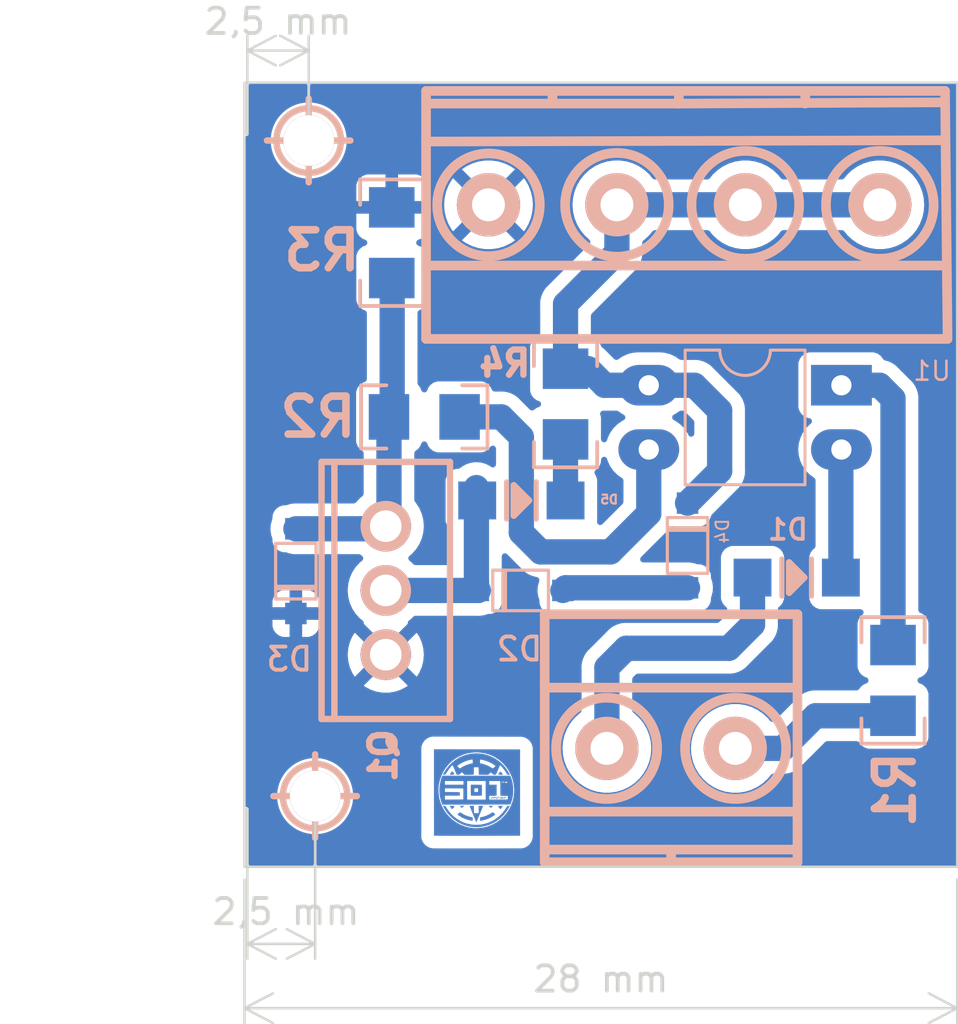
<source format=kicad_pcb>
(kicad_pcb (version 20221018) (generator pcbnew)
  (layers (0 "F.Cu" signal) (31 "B.Cu" signal) (34 "B.Paste" user) (35 "F.Paste" user) (36 "B.SilkS" user "B.Silkscreen") (37 "F.SilkS" user "F.Silkscreen") (38 "B.Mask" user) (39 "F.Mask" user) (44 "Edge.Cuts" user))
  (net 0 "")
  (net 1 "Net-(D1-K)")
  (net 2 "Net-(D1-A)")
  (net 3 "/OUT-")
  (net 4 "Net-(D2-K)")
  (net 5 "GND")
  (net 6 "Net-(D3-K)")
  (net 7 "VCC")
  (net 8 "Net-(D5-A)")
  (net 10 "Net-(J1-Pad1)")
  (net 11 "Net-(R1-Pad2)")
  (net 12 "Net-(R2-Pad1)")
  (footprint "Logo:501" (layer "F.Cu") (at 123.13 98.92)
    (fp_text reference "G***" hide)
    (fp_text value "LOGO" hide)
    (fp_poly (pts (xy -0.55 0.566666) (xy -0.574735 0.590821) (xy -0.593069 0.606567) (xy -0.599478 0.61017) (xy -0.609571 0.601907) (xy -0.628785 0.581778) (xy -0.642956 0.565726) (xy -0.680356 0.522222) (xy -0.593479 0.522222) (xy -0.506602 0.522222)) (fill solid) (layer "B.Cu"))
    (fp_poly (pts (xy 0.594444 0.566666) (xy 0.57064 0.59087) (xy 0.554439 0.607012) (xy 0.55 0.611111) (xy 0.542383 0.603893) (xy 0.523802 0.585254) (xy 0.505555 0.566666) (xy 0.462156 0.522222) (xy 0.55 0.522222) (xy 0.637843 0.522222)) (fill solid) (layer "B.Cu"))
    (fp_poly (pts (xy 0.90909 0.178054) (xy 0.908897 0.205973) (xy 0.908117 0.21282) (xy 0.904983 0.23456) (xy 0.903049 0.235121) (xy 0.901778 0.220259) (xy 0.893432 0.194719) (xy 0.880555 0.185867) (xy 0.867142 0.181356) (xy 0.874158 0.175631) (xy 0.881034 0.172569) (xy 0.900469 0.167909)) (fill solid) (layer "B.Cu"))
    (fp_poly (pts (xy -0.941549 0.52525) (xy -0.907241 0.534702) (xy -0.893953 0.551133) (xy -0.90148 0.575097) (xy -0.929614 0.607147) (xy -0.956663 0.630786) (xy -0.987406 0.656017) (xy -1.014455 0.619675) (xy -1.037732 0.587231) (xy -1.058878 0.555959) (xy -1.060919 0.552777) (xy -1.080334 0.522222) (xy -0.997083 0.522222)) (fill solid) (layer "B.Cu"))
    (fp_poly (pts (xy -0.934748 -0.795567) (xy -0.90794 -0.768023) (xy -0.894895 -0.750821) (xy -0.893419 -0.738837) (xy -0.901316 -0.72695) (xy -0.904033 -0.723906) (xy -0.921595 -0.71097) (xy -0.948651 -0.703985) (xy -0.991361 -0.701396) (xy -0.993381 -0.701364) (xy -1.030751 -0.701755) (xy -1.058479 -0.703818) (xy -1.069633 -0.70667) (xy -1.066935 -0.718197) (xy -1.053926 -0.742707) (xy -1.033315 -0.775175) (xy -1.030451 -0.779379) (xy -0.984915 -0.845734)) (fill solid) (layer "B.Cu"))
    (fp_poly (pts (xy 0.607715 0.17576) (xy 0.609158 0.196828) (xy 0.605823 0.220553) (xy 0.598499 0.237616) (xy 0.594444 0.240547) (xy 0.578725 0.236685) (xy 0.556181 0.222692) (xy 0.555555 0.222206) (xy 0.539115 0.206761) (xy 0.541725 0.200511) (xy 0.545 0.200247) (xy 0.567756 0.207392) (xy 0.575555 0.213333) (xy 0.585205 0.218446) (xy 0.588712 0.205118) (xy 0.588888 0.196666) (xy 0.592657 0.174748) (xy 0.600703 0.166666)) (fill solid) (layer "B.Cu"))
    (fp_poly (pts (xy 0.721809 0.170476) (xy 0.72543 0.185738) (xy 0.723446 0.208333) (xy 0.718022 0.25) (xy 0.710924 0.216666) (xy 0.703826 0.183333) (xy 0.689018 0.213888) (xy 0.674013 0.238161) (xy 0.660581 0.241347) (xy 0.645548 0.223304) (xy 0.639174 0.211662) (xy 0.625877 0.183845) (xy 0.623276 0.170403) (xy 0.630592 0.166683) (xy 0.631635 0.166666) (xy 0.642845 0.1756) (xy 0.652102 0.191438) (xy 0.663155 0.21621) (xy 0.676413 0.191438) (xy 0.693664 0.172422) (xy 0.70927 0.166666)) (fill solid) (layer "B.Cu"))
    (fp_poly (pts (xy 0.942404 -0.829039) (xy 0.954708 -0.816144) (xy 0.973171 -0.791477) (xy 0.993353 -0.761705) (xy 1.010811 -0.733497) (xy 1.021104 -0.71352) (xy 1.022222 -0.709207) (xy 1.012293 -0.703946) (xy 0.986948 -0.701107) (xy 0.952846 -0.700572) (xy 0.916646 -0.702223) (xy 0.885009 -0.705942) (xy 0.864594 -0.711612) (xy 0.863888 -0.712002) (xy 0.847789 -0.72749) (xy 0.844444 -0.737187) (xy 0.85184 -0.75312) (xy 0.870325 -0.775482) (xy 0.894345 -0.799063) (xy 0.918345 -0.818656) (xy 0.936772 -0.829054)) (fill solid) (layer "B.Cu"))
    (fp_poly (pts (xy 0.981651 0.523279) (xy 1.009909 0.526065) (xy 1.0221 0.530002) (xy 1.022222 0.530459) (xy 1.016299 0.544006) (xy 1.001315 0.568395) (xy 0.981444 0.597685) (xy 0.960863 0.625935) (xy 0.943747 0.647206) (xy 0.934293 0.655555) (xy 0.923151 0.648209) (xy 0.901866 0.629163) (xy 0.880775 0.608333) (xy 0.855366 0.580846) (xy 0.843997 0.563085) (xy 0.844213 0.549884) (xy 0.84913 0.541666) (xy 0.862164 0.530888) (xy 0.884712 0.524832) (xy 0.922 0.522414) (xy 0.942891 0.522222)) (fill solid) (layer "B.Cu"))
    (fp_poly (pts (xy -0.653233 0.788083) (xy -0.652555 0.788515) (xy -0.553012 0.848497) (xy -0.463122 0.894584) (xy -0.377428 0.929181) (xy -0.290478 0.954692) (xy -0.259505 0.961755) (xy -0.16901 0.981058) (xy -0.168101 1.045591) (xy -0.168891 1.081093) (xy -0.171873 1.106443) (xy -0.175263 1.114807) (xy -0.189113 1.114798) (xy -0.219157 1.110754) (xy -0.259897 1.103475) (xy -0.277778 1.099874) (xy -0.43144 1.056759) (xy -0.580119 0.992656) (xy -0.713657 0.91382) (xy -0.777313 0.870837) (xy -0.727322 0.821774) (xy -0.699408 0.795352) (xy -0.681399 0.782549) (xy -0.667828 0.780937)) (fill solid) (layer "B.Cu"))
    (fp_poly (pts (xy 1.130416 0.17505) (xy 1.146335 0.194855) (xy 1.159201 0.218059) (xy 1.164076 0.236639) (xy 1.162346 0.241357) (xy 1.154209 0.236961) (xy 1.143076 0.218102) (xy 1.128216 0.194154) (xy 1.11442 0.192213) (xy 1.100071 0.212229) (xy 1.097978 0.216666) (xy 1.083437 0.239795) (xy 1.069687 0.241133) (xy 1.055986 0.223027) (xy 1.049467 0.197991) (xy 1.051228 0.184138) (xy 1.061509 0.16781) (xy 1.069205 0.17114) (xy 1.070679 0.191585) (xy 1.069952 0.197222) (xy 1.067514 0.217856) (xy 1.071884 0.218719) (xy 1.082604 0.206209) (xy 1.095983 0.186362) (xy 1.1 0.175654) (xy 1.10901 0.167634) (xy 1.116381 0.166666)) (fill solid) (layer "B.Cu"))
    (fp_poly (pts (xy 0.643279 0.785235) (xy 0.665007 0.803847) (xy 0.688149 0.82797) (xy 0.707519 0.85196) (xy 0.717929 0.870173) (xy 0.718031 0.875568) (xy 0.703215 0.889217) (xy 0.673021 0.910184) (xy 0.631941 0.935831) (xy 0.584468 0.963522) (xy 0.53509 0.990621) (xy 0.488301 1.014491) (xy 0.456057 1.02936) (xy 0.385935 1.055917) (xy 0.303569 1.081471) (xy 0.218858 1.103161) (xy 0.158333 1.115415) (xy 0.122222 1.121666) (xy 0.122222 1.050698) (xy 0.122222 0.979731) (xy 0.169444 0.971862) (xy 0.260572 0.950553) (xy 0.358661 0.917211) (xy 0.454822 0.875382) (xy 0.540168 0.828613) (xy 0.558963 0.816437) (xy 0.590945 0.796094) (xy 0.616356 0.78209) (xy 0.628152 0.777777)) (fill solid) (layer "B.Cu"))
    (fp_poly (pts (xy 0.840827 0.166946) (xy 0.854713 0.172219) (xy 0.855555 0.174035) (xy 0.850966 0.186216) (xy 0.839798 0.20934) (xy 0.838603 0.211662) (xy 0.8201 0.236179) (xy 0.794574 0.244285) (xy 0.788603 0.244444) (xy 0.764975 0.243626) (xy 0.754641 0.241666) (xy 0.74909 0.213566) (xy 0.749294 0.187232) (xy 0.755161 0.172468) (xy 0.755285 0.172389) (xy 0.763823 0.176057) (xy 0.766666 0.193788) (xy 0.771101 0.215353) (xy 0.788335 0.222096) (xy 0.793255 0.222222) (xy 0.816445 0.215666) (xy 0.826589 0.204646) (xy 0.832286 0.185552) (xy 0.825096 0.178671) (xy 0.804899 0.177777) (xy 0.785882 0.174793) (xy 0.782188 0.168519) (xy 0.794636 0.164349) (xy 0.817492 0.164074)) (fill solid) (layer "B.Cu"))
    (fp_poly (pts (xy 1.000548 0.166653) (xy 1.021694 0.188915) (xy 1.032869 0.217897) (xy 1.033333 0.224694) (xy 1.029021 0.237279) (xy 1.012565 0.243151) (xy 0.983989 0.244444) (xy 0.953023 0.242707) (xy 0.932785 0.238329) (xy 0.929426 0.236001) (xy 0.928647 0.216705) (xy 0.929184 0.215469) (xy 0.949752 0.215469) (xy 0.958479 0.22139) (xy 0.977386 0.222222) (xy 1.000979 0.220887) (xy 1.011104 0.217668) (xy 1.011111 0.217575) (xy 1.007654 0.204514) (xy 1.004366 0.195353) (xy 0.990125 0.179579) (xy 0.971168 0.182298) (xy 0.955555 0.2) (xy 0.949752 0.215469) (xy 0.929184 0.215469) (xy 0.939544 0.191635) (xy 0.956891 0.169446) (xy 0.975466 0.158796) (xy 0.976058 0.15874)) (fill solid) (layer "B.Cu"))
    (fp_poly (pts (xy -0.119767 0.667932) (xy -0.116667 0.813643) (xy -0.038889 0.813306) (xy 0.002571 0.813012) (xy 0.036502 0.812564) (xy 0.055555 0.812059) (xy 0.062409 0.808651) (xy 0.066887 0.797085) (xy 0.069296 0.774012) (xy 0.069941 0.736088) (xy 0.069127 0.679964) (xy 0.068826 0.666686) (xy 0.065431 0.522222) (xy 0.156126 0.522222) (xy 0.20237 0.523042) (xy 0.229605 0.52586) (xy 0.240998 0.531215) (xy 0.241275 0.536676) (xy 0.229639 0.566183) (xy 0.211943 0.61002) (xy 0.189452 0.665141) (xy 0.163431 0.7285) (xy 0.135145 0.797053) (xy 0.105857 0.867754) (xy 0.076835 0.937558) (xy 0.049341 1.00342) (xy 0.024641 1.062294) (xy 0.004001 1.111135) (xy -0.011316 1.146899) (xy -0.020045 1.166539) (xy -0.021495 1.169317) (xy -0.028626 1.163923) (xy -0.040892 1.14213) (xy -0.055831 1.108421) (xy -0.058136 1.10265) (xy -0.070868 1.070896) (xy -0.090516 1.022598) (xy -0.11545 0.961729) (xy -0.144043 0.892259) (xy -0.174664 0.81816) (xy -0.192557 0.775) (xy -0.297478 0.522222) (xy -0.210173 0.522222) (xy -0.122868 0.522222)) (fill solid) (layer "B.Cu"))
    (fp_poly (pts (xy 0.050525 -0.310735) (xy 0.109986 -0.309512) (xy 0.1516 -0.307307) (xy 0.177546 -0.303981) (xy 0.190005 -0.299399) (xy 0.191687 -0.297223) (xy 0.193398 -0.282094) (xy 0.194991 -0.24855) (xy 0.196356 -0.200398) (xy 0.197383 -0.141445) (xy 0.197937 -0.080556) (xy 0.197939 -0.003786) (xy 0.196935 0.052848) (xy 0.194798 0.091415) (xy 0.191404 0.113984) (xy 0.186627 0.122623) (xy 0.185617 0.122858) (xy 0.156167 0.123774) (xy 0.11239 0.124538) (xy 0.058709 0.125135) (xy -0.000452 0.125551) (xy -0.06067 0.125771) (xy -0.117521 0.125782) (xy -0.166583 0.125569) (xy -0.203432 0.125117) (xy -0.223645 0.124413) (xy -0.225641 0.124185) (xy -0.232157 0.121047) (xy -0.236982 0.112543) (xy -0.240364 0.095771) (xy -0.242553 0.06783) (xy -0.243796 0.025817) (xy -0.244342 -0.033168) (xy -0.244445 -0.09526) (xy -0.244445 -0.166667) (xy -0.1 -0.166667) (xy -0.1 -0.094445) (xy -0.1 -0.022223) (xy -0.027778 -0.022223) (xy 0.044444 -0.022223) (xy 0.044444 -0.094445) (xy 0.044444 -0.166667) (xy -0.027778 -0.166667) (xy -0.1 -0.166667) (xy -0.244445 -0.166667) (xy -0.244445 -0.311112) (xy -0.028967 -0.311112)) (fill solid) (layer "B.Cu"))
    (fp_poly (pts (xy 1.255497 0.608333) (xy 1.162048 0.758707) (xy 1.052047 0.895044) (xy 0.926939 1.016337) (xy 0.788169 1.121583) (xy 0.637183 1.209778) (xy 0.475426 1.279918) (xy 0.304344 1.330998) (xy 0.181204 1.354667) (xy 0.116165 1.361331) (xy 0.036682 1.364764) (xy -0.049813 1.36506) (xy -0.135888 1.362313) (xy -0.214111 1.356616) (xy -0.272223 1.348946) (xy -0.444134 1.307429) (xy -0.609056 1.245585) (xy -0.765167 1.164701) (xy -0.910643 1.066064) (xy -1.04366 0.950961) (xy -1.162397 0.820678) (xy -1.265029 0.676503) (xy -1.29419 0.627612) (xy -1.316339 0.58786) (xy -1.333504 0.555367) (xy -1.343187 0.534941) (xy -1.344445 0.530824) (xy -1.334531 0.525615) (xy -1.309544 0.522558) (xy -1.296211 0.522222) (xy -1.267535 0.523531) (xy -1.249255 0.530767) (xy -1.234134 0.54889) (xy -1.219209 0.575) (xy -1.133708 0.709482) (xy -1.030056 0.834493) (xy -0.911095 0.947797) (xy -0.779666 1.047157) (xy -0.638614 1.130335) (xy -0.490779 1.195094) (xy -0.391291 1.226548) (xy -0.218927 1.261675) (xy -0.047596 1.275222) (xy 0.121176 1.267825) (xy 0.285861 1.24012) (xy 0.444934 1.192742) (xy 0.59687 1.126329) (xy 0.740141 1.041516) (xy 0.873223 0.938939) (xy 0.994589 0.819236) (xy 1.102713 0.683041) (xy 1.171579 0.575) (xy 1.190365 0.544569) (xy 1.206057 0.528868) (xy 1.226057 0.523041) (xy 1.25202 0.522222) (xy 1.30193 0.522222)) (fill solid) (layer "B.Cu"))
    (fp_poly (pts (xy 0.002777 -1.708369) (xy 1.705555 -1.705556) (xy 1.705555 0) (xy 1.705555 1.705555) (xy 0.002777 1.708368) (xy -0.189884 1.708633) (xy -0.376405 1.708784) (xy -0.555584 1.708826) (xy -0.726218 1.708762) (xy -0.887107 1.708596) (xy -1.03705 1.708333) (xy -1.174843 1.707976) (xy -1.299287 1.707528) (xy -1.409179 1.706995) (xy -1.503317 1.70638) (xy -1.580501 1.705687) (xy -1.639528 1.704919) (xy -1.679198 1.704081) (xy -1.698307 1.703176) (xy -1.699929 1.702813) (xy -1.699925 1.690873) (xy -1.699932 1.658033) (xy -1.699949 1.605617) (xy -1.699976 1.534946) (xy -1.700011 1.447343) (xy -1.700055 1.34413) (xy -1.700106 1.22663) (xy -1.700164 1.096167) (xy -1.700229 0.954061) (xy -1.7003 0.801636) (xy -1.700376 0.640214) (xy -1.700457 0.471118) (xy -1.700543 0.29567) (xy -1.700557 0.266666) (xy -1.70064 0.084467) (xy -1.70071 -0.093591) (xy -1.520291 -0.093591) (xy -1.516106 0.022561) (xy -1.505146 0.134219) (xy -1.489157 0.226464) (xy -1.439316 0.401036) (xy -1.369377 0.567447) (xy -1.280349 0.723806) (xy -1.173239 0.868222) (xy -1.10844 0.940363) (xy -0.973006 1.065759) (xy -0.825497 1.172714) (xy -0.667023 1.260672) (xy -0.498697 1.329079) (xy -0.321628 1.37738) (xy -0.188889 1.399453) (xy -0.112984 1.405006) (xy -0.023243 1.405518) (xy 0.072617 1.401365) (xy 0.166879 1.392919) (xy 0.251824 1.380555) (xy 0.26876 1.377293) (xy 0.330724 1.362979) (xy 0.399026 1.344534) (xy 0.461118 1.325401) (xy 0.474315 1.320873) (xy 0.635924 1.252484) (xy 0.787688 1.165608) (xy 0.928088 1.061969) (xy 1.055604 0.94329) (xy 1.168716 0.811295) (xy 1.265906 0.667707) (xy 1.345653 0.514251) (xy 1.406437 0.352649) (xy 1.438684 0.227058) (xy 1.46556 0.044433) (xy 1.47092 -0.136548) (xy 1.455224 -0.314381) (xy 1.418934 -0.487561) (xy 1.362512 -0.654581) (xy 1.286419 -0.813938) (xy 1.191117 -0.964127) (xy 1.077066 -1.103641) (xy 1.009657 -1.172281) (xy 0.910776 -1.260356) (xy 0.811996 -1.333939) (xy 0.704857 -1.399048) (xy 0.650385 -1.427836) (xy 0.486074 -1.499026) (xy 0.315021 -1.549602) (xy 0.13922 -1.579382) (xy -0.039337 -1.588185) (xy -0.218656 -1.575831) (xy -0.396745 -1.542138) (xy -0.45 -1.527736) (xy -0.525378 -1.50234) (xy -0.610619 -1.467877) (xy -0.697519 -1.42807) (xy -0.777872 -1.386642) (xy -0.834008 -1.353505) (xy -0.978395 -1.247916) (xy -1.108188 -1.126319) (xy -1.222369 -0.990301) (xy -1.319918 -0.841451) (xy -1.399815 -0.681356) (xy -1.461039 -0.511604) (xy -1.502571 -0.333781) (xy -1.507187 -0.305556) (xy -1.517413 -0.205781) (xy -1.520291 -0.093591) (xy -1.70071 -0.093591) (xy -1.700711 -0.095374) (xy -1.700768 -0.271185) (xy -1.700813 -0.441296) (xy -1.700844 -0.604035) (xy -1.700863 -0.757731) (xy -1.700868 -0.900713) (xy -1.70086 -1.031309) (xy -1.700839 -1.147849) (xy -1.700804 -1.248661) (xy -1.700756 -1.332074) (xy -1.700695 -1.396416) (xy -1.700629 -1.436147) (xy -1.7 -1.711182)) (fill solid) (layer "B.Cu"))
    (fp_poly (pts (xy 1.342304 -0.608334) (xy 1.382802 -0.489681) (xy 1.410647 -0.372273) (xy 1.427042 -0.249273) (xy 1.433185 -0.113839) (xy 1.433297 -0.090212) (xy 1.428574 0.045501) (xy 1.413675 0.168652) (xy 1.38741 0.287006) (xy 1.363134 0.366666) (xy 1.327777 0.472222) (xy -0.023062 0.475044) (xy -1.373901 0.477865) (xy -1.403227 0.39171) (xy -1.451223 0.223684) (xy -1.478822 0.060146) (xy -1.486438 -0.102209) (xy -1.482795 -0.166971) (xy -1.266667 -0.166971) (xy -1.266667 -0.094781) (xy -1.266667 -0.022592) (xy -0.975 -0.019629) (xy -0.683334 -0.016667) (xy -0.680026 0.052777) (xy -0.676718 0.122222) (xy -0.971693 0.122222) (xy -1.266667 0.122222) (xy -1.266667 0.200151) (xy -1.266667 0.278081) (xy -0.902778 0.275151) (xy -0.538889 0.272222) (xy -0.538889 0.055555) (xy -0.538889 -0.161112) (xy -0.902778 -0.164041) (xy -1.266667 -0.166971) (xy -1.482795 -0.166971) (xy -1.479823 -0.219799) (xy -1.467597 -0.314147) (xy -1.449829 -0.409864) (xy -1.438816 -0.455556) (xy -1.266667 -0.455556) (xy -1.266667 -0.383334) (xy -1.266667 -0.311112) (xy -0.9 -0.311112) (xy -0.533334 -0.311112) (xy -0.533334 -0.383334) (xy -0.533334 -0.455556) (xy -0.388889 -0.455556) (xy -0.388889 -0.088889) (xy -0.388889 0.277777) (xy -0.022223 0.277777) (xy 0.344444 0.277777) (xy 0.344444 -0.088889) (xy 0.344444 -0.455556) (xy 0.488888 -0.455556) (xy 0.488888 -0.383334) (xy 0.488888 -0.311112) (xy 0.633333 -0.311112) (xy 0.777777 -0.311112) (xy 0.777777 -0.095422) (xy 0.777777 0.120268) (xy 0.736111 0.126165) (xy 0.705941 0.128548) (xy 0.661479 0.129808) (xy 0.610633 0.129769) (xy 0.591666 0.129387) (xy 0.488888 0.126712) (xy 0.488888 0.202396) (xy 0.488888 0.278081) (xy 0.852777 0.275151) (xy 1.216666 0.272222) (xy 1.219974 0.202777) (xy 1.223282 0.133333) (xy 1.181085 0.132031) (xy 1.150903 0.13129) (xy 1.106266 0.13042) (xy 1.054942 0.129569) (xy 1.033333 0.129253) (xy 0.927777 0.127777) (xy 0.924815 -0.163889) (xy 0.922364 -0.405198) (xy 0.966666 -0.405198) (xy 0.975722 -0.397009) (xy 0.99547 -0.388645) (xy 1.014779 -0.38413) (xy 1.0219 -0.385233) (xy 1.018686 -0.394175) (xy 1.010789 -0.400435) (xy 0.989966 -0.409151) (xy 0.972238 -0.410326) (xy 0.966666 -0.405198) (xy 0.922364 -0.405198) (xy 0.921853 -0.455556) (xy 0.995883 -0.455556) (xy 0.996165 -0.4486) (xy 1.0093 -0.430805) (xy 1.022222 -0.416667) (xy 1.04589 -0.393989) (xy 1.063765 -0.379974) (xy 1.068846 -0.377778) (xy 1.074275 -0.38758) (xy 1.076553 -0.41189) (xy 1.076531 -0.413725) (xy 1.1 -0.413725) (xy 1.109798 -0.394576) (xy 1.133957 -0.381107) (xy 1.155555 -0.377778) (xy 1.182651 -0.382629) (xy 1.197777 -0.391112) (xy 1.210339 -0.408878) (xy 1.206129 -0.416491) (xy 1.188888 -0.411112) (xy 1.172585 -0.405218) (xy 1.167083 -0.415409) (xy 1.166666 -0.427387) (xy 1.162911 -0.448455) (xy 1.155555 -0.455556) (xy 1.147245 -0.446036) (xy 1.144444 -0.427387) (xy 1.14221 -0.407917) (xy 1.131848 -0.406489) (xy 1.122222 -0.411112) (xy 1.105144 -0.416893) (xy 1.1 -0.413725) (xy 1.076531 -0.413725) (xy 1.076463 -0.419445) (xy 1.075293 -0.444753) (xy 1.073278 -0.449285) (xy 1.06923 -0.434484) (xy 1.068129 -0.429588) (xy 1.061111 -0.398064) (xy 1.034174 -0.42681) (xy 1.013196 -0.44606) (xy 0.997252 -0.455391) (xy 0.995883 -0.455556) (xy 0.921853 -0.455556) (xy 0.705371 -0.455556) (xy 0.488888 -0.455556) (xy 0.344444 -0.455556) (xy -0.022223 -0.455556) (xy -0.388889 -0.455556) (xy -0.533334 -0.455556) (xy -0.9 -0.455556) (xy -1.266667 -0.455556) (xy -1.438816 -0.455556) (xy -1.428033 -0.500295) (xy -1.403728 -0.578784) (xy -1.389984 -0.614115) (xy -1.367457 -0.666667) (xy -0.023908 -0.666667) (xy 1.319641 -0.666667)) (fill solid) (layer "B.Cu"))
    (fp_poly (pts (xy 0.138761 -1.541895) (xy 0.307062 -1.512632) (xy 0.470236 -1.464034) (xy 0.626634 -1.396809) (xy 0.77461 -1.311667) (xy 0.912515 -1.209318) (xy 1.038701 -1.090471) (xy 1.151521 -0.955836) (xy 1.249327 -0.806122) (xy 1.250298 -0.80442) (xy 1.272314 -0.764891) (xy 1.289333 -0.732631) (xy 1.29884 -0.712483) (xy 1.3 -0.708603) (xy 1.290077 -0.703425) (xy 1.265029 -0.70036) (xy 1.25106 -0.7) (xy 1.224321 -0.700921) (xy 1.206499 -0.70662) (xy 1.191763 -0.721502) (xy 1.174282 -0.749971) (xy 1.166475 -0.763889) (xy 1.139828 -0.807999) (xy 1.10671 -0.857334) (xy 1.069751 -0.90858) (xy 1.031578 -0.95842) (xy 0.994821 -1.003538) (xy 0.96211 -1.040618) (xy 0.936072 -1.066344) (xy 0.919336 -1.077401) (xy 0.917778 -1.077589) (xy 0.909706 -1.06773) (xy 0.895338 -1.040624) (xy 0.876334 -0.999774) (xy 0.854355 -0.94868) (xy 0.840084 -0.9137) (xy 0.811389 -0.842249) (xy 0.789215 -0.788817) (xy 0.771834 -0.750785) (xy 0.757522 -0.725535) (xy 0.744555 -0.71045) (xy 0.731206 -0.702911) (xy 0.715751 -0.7003) (xy 0.699267 -0.7) (xy 0.670876 -0.702627) (xy 0.64616 -0.713009) (xy 0.617696 -0.734895) (xy 0.602124 -0.749088) (xy 0.549646 -0.798176) (xy 0.497405 -0.748818) (xy 0.445165 -0.69946) (xy 0.258694 -0.702508) (xy 0.072222 -0.705556) (xy 0.069121 -0.852778) (xy 0.066021 -1) (xy -0.028101 -1) (xy -0.122223 -1) (xy -0.122223 -0.856852) (xy -0.122386 -0.798183) (xy -0.123291 -0.757992) (xy -0.125564 -0.732534) (xy -0.129829 -0.718063) (xy -0.13671 -0.710836) (xy -0.146833 -0.707108) (xy -0.147223 -0.707004) (xy -0.167092 -0.704569) (xy -0.204379 -0.702507) (xy -0.25428 -0.700997) (xy -0.311991 -0.700218) (xy -0.331032 -0.700152) (xy -0.489841 -0.7) (xy -0.544968 -0.751565) (xy -0.600094 -0.803129) (xy -0.64988 -0.751904) (xy -0.67853 -0.723839) (xy -0.699959 -0.708772) (xy -0.721691 -0.703077) (xy -0.751082 -0.703118) (xy -0.802499 -0.705556) (xy -0.878565 -0.887501) (xy -0.903533 -0.946672) (xy -0.92588 -0.998594) (xy -0.944091 -1.039833) (xy -0.944802 -1.041368) (xy -0.768061 -1.041368) (xy -0.75622 -1.02375) (xy -0.733178 -1.001119) (xy -0.732221 -1.000226) (xy -0.705216 -0.976265) (xy -0.684438 -0.960052) (xy -0.675986 -0.955556) (xy -0.662543 -0.961338) (xy -0.638203 -0.975953) (xy -0.625494 -0.984396) (xy -0.55056 -1.029015) (xy -0.461664 -1.071456) (xy -0.367036 -1.108414) (xy -0.274907 -1.136588) (xy -0.213406 -1.1498) (xy -0.1657 -1.157673) (xy -0.168961 -1.231614) (xy -0.172113 -1.30306) (xy 0.122222 -1.30306) (xy 0.122222 -1.2312) (xy 0.122222 -1.159341) (xy 0.208333 -1.140602) (xy 0.310881 -1.111705) (xy 0.416109 -1.07042) (xy 0.513502 -1.021075) (xy 0.544444 -1.002284) (xy 0.580337 -0.98017) (xy 0.609603 -0.963744) (xy 0.626805 -0.956023) (xy 0.628242 -0.955789) (xy 0.641607 -0.963062) (xy 0.664666 -0.982199) (xy 0.687719 -1.004365) (xy 0.735622 -1.053174) (xy 0.669343 -1.098182) (xy 0.580189 -1.152681) (xy 0.482588 -1.201894) (xy 0.382411 -1.243433) (xy 0.28553 -1.274911) (xy 0.197816 -1.293943) (xy 0.182909 -1.295928) (xy 0.122222 -1.30306) (xy -0.172113 -1.30306) (xy -0.172223 -1.305556) (xy -0.205556 -1.302196) (xy -0.2854 -1.288309) (xy -0.376371 -1.26274) (xy -0.472317 -1.227784) (xy -0.567088 -1.185736) (xy -0.654534 -1.138889) (xy -0.672353 -1.128058) (xy -0.720849 -1.097316) (xy -0.75193 -1.074833) (xy -0.767149 -1.057289) (xy -0.768061 -1.041368) (xy -0.944802 -1.041368) (xy -0.956653 -1.066954) (xy -0.961807 -1.07639) (xy -0.974402 -1.074152) (xy -0.996966 -1.055582) (xy -1.027563 -1.023111) (xy -1.064254 -0.97917) (xy -1.105101 -0.926188) (xy -1.148165 -0.866596) (xy -1.191508 -0.802825) (xy -1.233193 -0.737306) (xy -1.236392 -0.732071) (xy -1.25314 -0.712327) (xy -1.276666 -0.704148) (xy -1.299264 -0.703031) (xy -1.327368 -0.705302) (xy -1.343178 -0.710985) (xy -1.344445 -0.713426) (xy -1.339337 -0.728287) (xy -1.326229 -0.755217) (xy -1.315025 -0.7758) (xy -1.212804 -0.935777) (xy -1.097268 -1.078334) (xy -0.96888 -1.203109) (xy -0.828104 -1.30974) (xy -0.675403 -1.397864) (xy -0.511241 -1.467118) (xy -0.380428 -1.506572) (xy -0.206632 -1.539574) (xy -0.03302 -1.551112)) (fill solid) (layer "B.Cu"))
  )
  (footprint "EESTN5:LED_1206" (layer "B.Cu") (at 135.778314 90.424)
    (fp_text reference "D1" (at -0.348314 -1.894) (layer "B.SilkS") (effects (font (size 0.8001 0.8001) (thickness 0.14986)) (justify mirror)))
    (fp_text value "LED" hide)
    (fp_line (start -0.5842 0.7366) (end -0.5842 -0.7366) (stroke (width 0.2032)) (layer "B.SilkS"))
    (fp_line (start -0.29972 -0.59944) (end 0.29972 0) (stroke (width 0.254)) (layer "B.SilkS"))
    (fp_line (start -0.29972 0.59944) (end -0.29972 -0.59944) (stroke (width 0.254)) (layer "B.SilkS"))
    (fp_line (start -0.09906 -0.29972) (end -0.09906 0.29972) (stroke (width 0.254)) (layer "B.SilkS"))
    (fp_line (start 0 0.20066) (end 0 -0.09906) (stroke (width 0.254)) (layer "B.SilkS"))
    (fp_line (start 0.29972 0) (end -0.29972 0.59944) (stroke (width 0.254)) (layer "B.SilkS"))
    (fp_line (start 0.5842 -0.7366) (end 0.5842 0.7366) (stroke (width 0.2032)) (layer "B.SilkS"))
    (pad "1" smd rect (at -1.74752 0) (size 1.4986 1.4986) (layers "B.Cu" "B.Paste" "B.Mask") (net 1 "Net-(D1-K)"))
    (pad "2" smd rect (at 1.74752 0) (size 1.4986 1.4986) (layers "B.Cu" "B.Paste" "B.Mask") (net 2 "Net-(D1-A)"))
  )
  (footprint "EESTN5:TO-220" (layer "B.Cu") (at 119.522314 90.932 -90)
    (fp_text reference "Q1" (at 6.528 0.102314 90) (layer "B.SilkS") (effects (font (thickness 0.25)) (justify mirror)))
    (fp_text value "IRFZ44N" hide)
    (fp_line (start -5.08 -2.54) (end 5.08 -2.54) (stroke (width 0.254)) (layer "B.SilkS"))
    (fp_line (start -5.08 1.27) (end -5.08 -2.54) (stroke (width 0.254)) (layer "B.SilkS"))
    (fp_line (start -5.08 2.032) (end 5.08 2.032) (stroke (width 0.254)) (layer "B.SilkS"))
    (fp_line (start -5.08 2.54) (end -5.08 1.27) (stroke (width 0.254)) (layer "B.SilkS"))
    (fp_line (start 5.08 -2.54) (end 5.08 2.54) (stroke (width 0.254)) (layer "B.SilkS"))
    (fp_line (start 5.08 2.54) (end -5.08 2.54) (stroke (width 0.254)) (layer "B.SilkS"))
    (pad "1" thru_hole circle (at -2.54 0 270) (size 2 2) (drill 1.24968) (layers "*.Cu" "*.Mask" "B.SilkS") (net 6 "Net-(D3-K)"))
    (pad "2" thru_hole circle (at 0 0 270) (size 2 2) (drill 1.24968) (layers "*.Cu" "*.Mask" "B.SilkS") (net 3 "/OUT-"))
    (pad "3" thru_hole circle (at 2.54 0 270) (size 2 2) (drill 1.24968) (layers "*.Cu" "*.Mask" "B.SilkS") (net 5 "GND"))
  )
  (footprint "EESTN5:R_1206" (layer "B.Cu") (at 126.634314 83.566 -90)
    (fp_text reference "R4" (at -1.606 2.404314 180) (layer "B.SilkS") (effects (font (thickness 0.25) bold) (justify mirror)))
    (fp_text value "5,6k" hide)
    (fp_line (start -2.5 -1.25) (end -1.5 -1.25) (stroke (width 0.15)) (layer "B.SilkS"))
    (fp_line (start -2.5 1.25) (end -2.5 -1.25) (stroke (width 0.15)) (layer "B.SilkS"))
    (fp_line (start -1.5 1.25) (end -2.5 1.25) (stroke (width 0.15)) (layer "B.SilkS"))
    (fp_line (start 1.5 -1.25) (end 2.5 -1.25) (stroke (width 0.15)) (layer "B.SilkS"))
    (fp_line (start 1.5 1.25) (end 2.5 1.25) (stroke (width 0.15)) (layer "B.SilkS"))
    (fp_line (start 2.5 -1.25) (end 2.5 1.25) (stroke (width 0.15)) (layer "B.SilkS"))
    (pad "1" smd rect (at 1.397 0 270) (size 1.6002 1.8034) (layers "B.Cu" "B.Paste" "B.Mask") (net 8 "Net-(D5-A)"))
    (pad "2" smd rect (at -1.397 0 270) (size 1.6002 1.8034) (layers "B.Cu" "B.Paste" "B.Mask") (net 7 "VCC"))
  )
  (footprint "EESTN5:R_1206" (layer "B.Cu") (at 119.76 77.19 90)
    (fp_text reference "R3" (at -0.31 -2.76) (layer "B.SilkS") (effects (font (size 1.5 1.5) (thickness 0.3)) (justify mirror)))
    (fp_text value "10k" hide)
    (fp_line (start -2.5 -1.25) (end -1.5 -1.25) (stroke (width 0.15)) (layer "B.SilkS"))
    (fp_line (start -2.5 1.25) (end -2.5 -1.25) (stroke (width 0.15)) (layer "B.SilkS"))
    (fp_line (start -1.5 1.25) (end -2.5 1.25) (stroke (width 0.15)) (layer "B.SilkS"))
    (fp_line (start 1.5 -1.25) (end 2.5 -1.25) (stroke (width 0.15)) (layer "B.SilkS"))
    (fp_line (start 1.5 1.25) (end 2.5 1.25) (stroke (width 0.15)) (layer "B.SilkS"))
    (fp_line (start 2.5 -1.25) (end 2.5 1.25) (stroke (width 0.15)) (layer "B.SilkS"))
    (pad "1" smd rect (at 1.397 0 90) (size 1.6002 1.8034) (layers "B.Cu" "B.Paste" "B.Mask") (net 5 "GND"))
    (pad "2" smd rect (at -1.397 0 90) (size 1.6002 1.8034) (layers "B.Cu" "B.Paste" "B.Mask") (net 6 "Net-(D3-K)"))
  )
  (footprint "EESTN5:R_1206" (layer "B.Cu") (at 139.588314 94.488 -90)
    (fp_text reference "R1" (at 4.312 -0.081686 90) (layer "B.SilkS") (effects (font (size 1.5 1.5) (thickness 0.3)) (justify mirror)))
    (fp_text value "220" hide)
    (fp_line (start -2.5 -1.25) (end -1.5 -1.25) (stroke (width 0.15)) (layer "B.SilkS"))
    (fp_line (start -2.5 1.25) (end -2.5 -1.25) (stroke (width 0.15)) (layer "B.SilkS"))
    (fp_line (start -1.5 1.25) (end -2.5 1.25) (stroke (width 0.15)) (layer "B.SilkS"))
    (fp_line (start 1.5 -1.25) (end 2.5 -1.25) (stroke (width 0.15)) (layer "B.SilkS"))
    (fp_line (start 1.5 1.25) (end 2.5 1.25) (stroke (width 0.15)) (layer "B.SilkS"))
    (fp_line (start 2.5 -1.25) (end 2.5 1.25) (stroke (width 0.15)) (layer "B.SilkS"))
    (pad "1" smd rect (at 1.397 0 270) (size 1.6002 1.8034) (layers "B.Cu" "B.Paste" "B.Mask") (net 10 "Net-(J1-Pad1)"))
    (pad "2" smd rect (at -1.397 0 270) (size 1.6002 1.8034) (layers "B.Cu" "B.Paste" "B.Mask") (net 11 "Net-(R1-Pad2)"))
  )
  (footprint "EESTN5:LED_1206" (layer "B.Cu") (at 124.886794 87.376)
    (fp_text reference "D5" (at 3.473206 -0.036) (layer "B.SilkS") (effects (font (size 0.35 0.35) (thickness 0.0875) bold) (justify mirror)))
    (fp_text value "LED" hide)
    (fp_line (start -0.5842 0.7366) (end -0.5842 -0.7366) (stroke (width 0.2032)) (layer "B.SilkS"))
    (fp_line (start -0.29972 -0.59944) (end 0.29972 0) (stroke (width 0.254)) (layer "B.SilkS"))
    (fp_line (start -0.29972 0.59944) (end -0.29972 -0.59944) (stroke (width 0.254)) (layer "B.SilkS"))
    (fp_line (start -0.09906 -0.29972) (end -0.09906 0.29972) (stroke (width 0.254)) (layer "B.SilkS"))
    (fp_line (start 0 0.20066) (end 0 -0.09906) (stroke (width 0.254)) (layer "B.SilkS"))
    (fp_line (start 0.29972 0) (end -0.29972 0.59944) (stroke (width 0.254)) (layer "B.SilkS"))
    (fp_line (start 0.5842 -0.7366) (end 0.5842 0.7366) (stroke (width 0.2032)) (layer "B.SilkS"))
    (pad "1" smd rect (at -1.74752 0) (size 1.4986 1.4986) (layers "B.Cu" "B.Paste" "B.Mask") (net 3 "/OUT-"))
    (pad "2" smd rect (at 1.74752 0) (size 1.4986 1.4986) (layers "B.Cu" "B.Paste" "B.Mask") (net 8 "Net-(D5-A)"))
  )
  (footprint "EESTN5:sod123" (layer "B.Cu") (at 131.460314 89.154 90)
    (fp_text reference "D4" (at 0.564 1.379686 90) (layer "B.SilkS") (effects (font (size 0.5 0.5) (thickness 0.075) bold) (justify mirror)))
    (fp_text value "1N4752" hide)
    (fp_line (start -1.1 -0.8) (end -1.1 0.8002) (stroke (width 0.127)) (layer "B.SilkS"))
    (fp_line (start -1.1 0.8) (end 1.1 0.8) (stroke (width 0.127)) (layer "B.SilkS"))
    (fp_line (start 0.59916 -0.8001) (end 0.59916 0.8001) (stroke (width 0.127)) (layer "B.SilkS"))
    (fp_line (start 0.70076 0.8001) (end 0.70076 -0.8001) (stroke (width 0.127)) (layer "B.SilkS"))
    (fp_line (start 1.09954 0.8001) (end 1.09954 -0.8001) (stroke (width 0.127)) (layer "B.SilkS"))
    (fp_line (start 1.1 -0.8) (end -1.1 -0.8) (stroke (width 0.127)) (layer "B.SilkS"))
    (pad "1" smd rect (at -1.67386 0 90) (size 0.8509 0.8509) (layers "B.Cu" "B.Paste" "B.Mask") (net 4 "Net-(D2-K)"))
    (pad "2" smd rect (at 1.67386 0 90) (size 0.8509 0.8509) (layers "B.Cu" "B.Paste" "B.Mask") (net 7 "VCC"))
  )
  (footprint "HuellaSaul:TB_X4" (layer "B.Cu") (at 131.146314 75.742)
    (fp_text reference "J3" hide)
    (fp_text value "TB_1X4" hide)
    (fp_line (start -10.03 -4.55) (end 10.5 -4.55) (stroke (width 0.381)) (layer "B.SilkS"))
    (fp_line (start -10.03 -4.05) (end -0.03 -4.05) (stroke (width 0.381)) (layer "B.SilkS"))
    (fp_line (start -10.03 -2.55) (end 10.5 -2.6) (stroke (width 0.381)) (layer "B.SilkS"))
    (fp_line (start -10.03 2.35) (end 10.55 2.35) (stroke (width 0.381)) (layer "B.SilkS"))
    (fp_line (start -10.03 5.25) (end -10.03 -4.55) (stroke (width 0.381)) (layer "B.SilkS"))
    (fp_line (start -5.03 -4.05) (end -5.03 -4.55) (stroke (width 0.381)) (layer "B.SilkS"))
    (fp_line (start -0.03 -4.05) (end -0.03 -4.55) (stroke (width 0.381)) (layer "B.SilkS"))
    (fp_line (start 4.97 -4.55) (end 4.97 -4.05) (stroke (width 0.381)) (layer "B.SilkS"))
    (fp_line (start 10.45 -4.1) (end -0.03 -4.05) (stroke (width 0.381)) (layer "B.SilkS"))
    (fp_line (start 10.5 -4.55) (end 10.6 5.25) (stroke (width 0.381)) (layer "B.SilkS"))
    (fp_line (start 10.6 5.25) (end -10.03 5.25) (stroke (width 0.381)) (layer "B.SilkS"))
    (fp_circle (center -7.56 -0.05) (end -5.53 -0.05) (stroke (width 0.381)) (fill none) (layer "B.SilkS"))
    (fp_circle (center -2.48 -0.05) (end -4.53 -0.05) (stroke (width 0.381)) (fill none) (layer "B.SilkS"))
    (fp_circle (center 2.6 -0.05) (end 0.47 -0.05) (stroke (width 0.381)) (fill none) (layer "B.SilkS"))
    (fp_circle (center 7.92 -0.05) (end 5.79 -0.05) (stroke (width 0.381)) (fill none) (layer "B.SilkS"))
    (pad "1" thru_hole circle (at -7.56 -0.05) (size 2.5 2.5) (drill 1.3) (layers "*.Cu" "*.Mask" "B.SilkS") (net 5 "GND"))
    (pad "2" thru_hole circle (at -2.48 -0.05) (size 2.5 2.5) (drill 1.3) (layers "*.Cu" "*.Mask" "B.SilkS") (net 7 "VCC"))
    (pad "3" thru_hole circle (at 2.6 -0.05) (size 2.5 2.5) (drill 1.3) (layers "*.Cu" "*.Mask" "B.SilkS") (net 7 "VCC"))
    (pad "3" thru_hole circle (at 7.92 -0.05) (size 2.5 2.5) (drill 1.3) (layers "*.Cu" "*.Mask" "B.SilkS") (net 7 "VCC"))
  )
  (footprint "EESTN5:BORNERA2" (layer "B.Cu") (at 130.81 97.174 180)
    (fp_text reference "J1" hide)
    (fp_text value "TB_1X2" hide)
    (fp_line (start -5 -4.5) (end 5 -4.5) (stroke (width 0.381)) (layer "B.SilkS"))
    (fp_line (start -5 -4) (end 5 -4) (stroke (width 0.381)) (layer "B.SilkS"))
    (fp_line (start -5 -2.5) (end 5 -2.5) (stroke (width 0.381)) (layer "B.SilkS"))
    (fp_line (start -5 2.4) (end 5 2.4) (stroke (width 0.381)) (layer "B.SilkS"))
    (fp_line (start -5 5.3) (end -5 -4.5) (stroke (width 0.381)) (layer "B.SilkS"))
    (fp_line (start 0 -4) (end 0 -4.5) (stroke (width 0.381)) (layer "B.SilkS"))
    (fp_line (start 5 -4.5) (end 5 5.3) (stroke (width 0.381)) (layer "B.SilkS"))
    (fp_line (start 5 5.3) (end -5 5.3) (stroke (width 0.381)) (layer "B.SilkS"))
    (fp_circle (center -2.55 0) (end -0.55 0) (stroke (width 0.381)) (fill none) (layer "B.SilkS"))
    (fp_circle (center 2.55 0) (end 0.55 0) (stroke (width 0.381)) (fill none) (layer "B.SilkS"))
    (pad "1" thru_hole circle (at -2.54 0 180) (size 2.5 2.5) (drill 1.3) (layers "*.Cu" "*.Mask" "B.SilkS") (net 10 "Net-(J1-Pad1)"))
    (pad "2" thru_hole circle (at 2.54 0 180) (size 2.5 2.5) (drill 1.3) (layers "*.Cu" "*.Mask" "B.SilkS") (net 1 "Net-(D1-K)"))
  )
  (footprint "EESTN5:hole_2mm" (layer "B.Cu") (at 116.728314 99.06 180)
    (fp_text reference "H1" hide)
    (fp_text value "MountingHole_Pad" hide)
    (fp_line (start -1.651 0) (end 1.651 0) (stroke (width 0.254)) (layer "B.SilkS"))
    (fp_line (start 0 1.651) (end 0 -1.651) (stroke (width 0.254)) (layer "B.SilkS"))
    (fp_circle (center 0 0) (end 1.27 0.127) (stroke (width 0.254)) (fill none) (layer "B.SilkS"))
    (pad "1" thru_hole circle (at 0 0 180) (size 1.99898 1.99898) (drill 1.99898) (layers "*.Cu" "B.SilkS"))
  )
  (footprint "EESTN5:hole_2mm" (layer "B.Cu") (at 116.474314 73.152 180)
    (fp_text reference "H2" hide)
    (fp_text value "MountingHole_Pad" hide)
    (fp_line (start -1.651 0) (end 1.651 0) (stroke (width 0.254)) (layer "B.SilkS"))
    (fp_line (start 0 1.651) (end 0 -1.651) (stroke (width 0.254)) (layer "B.SilkS"))
    (fp_circle (center 0 0) (end 1.27 0.127) (stroke (width 0.254)) (fill none) (layer "B.SilkS"))
    (pad "1" thru_hole circle (at 0 0 180) (size 1.99898 1.99898) (drill 1.99898) (layers "*.Cu" "B.SilkS"))
  )
  (footprint "EESTN5:sod123" (layer "B.Cu") (at 115.966314 90.17 -90)
    (fp_text reference "D3" (at 3.48 0.256314 -180) (layer "B.SilkS") (effects (font (size 0.9144 0.9144) (thickness 0.1524)) (justify mirror)))
    (fp_text value "1N5819WS" hide)
    (fp_line (start -1.1 -0.8) (end -1.1 0.8002) (stroke (width 0.127)) (layer "B.SilkS"))
    (fp_line (start -1.1 0.8) (end 1.1 0.8) (stroke (width 0.127)) (layer "B.SilkS"))
    (fp_line (start 0.59916 -0.8001) (end 0.59916 0.8001) (stroke (width 0.127)) (layer "B.SilkS"))
    (fp_line (start 0.70076 0.8001) (end 0.70076 -0.8001) (stroke (width 0.127)) (layer "B.SilkS"))
    (fp_line (start 1.09954 0.8001) (end 1.09954 -0.8001) (stroke (width 0.127)) (layer "B.SilkS"))
    (fp_line (start 1.1 -0.8) (end -1.1 -0.8) (stroke (width 0.127)) (layer "B.SilkS"))
    (pad "1" smd rect (at -1.67386 0 270) (size 0.8509 0.8509) (layers "B.Cu" "B.Paste" "B.Mask") (net 6 "Net-(D3-K)"))
    (pad "2" smd rect (at 1.67386 0 270) (size 0.8509 0.8509) (layers "B.Cu" "B.Paste" "B.Mask") (net 5 "GND"))
  )
  (footprint "EESTN5:DIP-4_PC817" (layer "B.Cu") (at 137.546314 82.824 180)
    (fp_text reference "U1" (at -3.583686 0.564 180) (layer "B.SilkS") (effects (font (size 0.75 0.75) (thickness 0.1)) (justify mirror)))
    (fp_text value "PC817" hide)
    (fp_line (start 1.44 -3.93) (end 6.18 -3.93) (stroke (width 0.12)) (layer "B.SilkS"))
    (fp_line (start 1.44 1.39) (end 1.44 -3.93) (stroke (width 0.12)) (layer "B.SilkS"))
    (fp_line (start 2.81 1.39) (end 1.44 1.39) (stroke (width 0.12)) (layer "B.SilkS"))
    (fp_line (start 6.18 -3.93) (end 6.18 1.39) (stroke (width 0.12)) (layer "B.SilkS"))
    (fp_line (start 6.18 1.39) (end 4.81 1.39) (stroke (width 0.12)) (layer "B.SilkS"))
    (fp_arc (start 2.81 1.39) (mid 3.81 0.39) (end 4.81 1.39) (stroke (width 0.12)) (layer "B.SilkS"))
    (pad "1" thru_hole rect (at 0 0 180) (size 2.4 1.6) (drill 0.8) (layers "*.Cu" "*.Mask") (net 11 "Net-(R1-Pad2)"))
    (pad "2" thru_hole oval (at 0 -2.54 180) (size 2.4 1.6) (drill 0.8) (layers "*.Cu" "*.Mask") (net 2 "Net-(D1-A)"))
    (pad "3" thru_hole oval (at 7.62 -2.54 180) (size 2.4 1.6) (drill 0.8) (layers "*.Cu" "*.Mask") (net 12 "Net-(R2-Pad1)"))
    (pad "4" thru_hole oval (at 7.62 0 180) (size 2.4 1.6) (drill 0.8) (layers "*.Cu" "*.Mask") (net 7 "VCC"))
  )
  (footprint "EESTN5:R_1206" (layer "B.Cu") (at 121.046314 84.074)
    (fp_text reference "R2" (at -4.206314 0) (layer "B.SilkS") (effects (font (size 1.5 1.5) (thickness 0.3)) (justify mirror)))
    (fp_text value "10k" hide)
    (fp_line (start -2.5 -1.25) (end -1.5 -1.25) (stroke (width 0.15)) (layer "B.SilkS"))
    (fp_line (start -2.5 1.25) (end -2.5 -1.25) (stroke (width 0.15)) (layer "B.SilkS"))
    (fp_line (start -1.5 1.25) (end -2.5 1.25) (stroke (width 0.15)) (layer "B.SilkS"))
    (fp_line (start 1.5 -1.25) (end 2.5 -1.25) (stroke (width 0.15)) (layer "B.SilkS"))
    (fp_line (start 1.5 1.25) (end 2.5 1.25) (stroke (width 0.15)) (layer "B.SilkS"))
    (fp_line (start 2.5 -1.25) (end 2.5 1.25) (stroke (width 0.15)) (layer "B.SilkS"))
    (pad "1" smd rect (at 1.397 0) (size 1.6002 1.8034) (layers "B.Cu" "B.Paste" "B.Mask") (net 12 "Net-(R2-Pad1)"))
    (pad "2" smd rect (at -1.397 0) (size 1.6002 1.8034) (layers "B.Cu" "B.Paste" "B.Mask") (net 6 "Net-(D3-K)"))
  )
  (footprint "EESTN5:sod123" (layer "B.Cu") (at 124.856314 90.932 180)
    (fp_text reference "D2" (at 0.046314 -2.318) (layer "B.SilkS") (effects (font (size 0.9144 0.9144) (thickness 0.1524)) (justify mirror)))
    (fp_text value "1N4148" hide)
    (fp_line (start -1.1 -0.8) (end -1.1 0.8002) (stroke (width 0.127)) (layer "B.SilkS"))
    (fp_line (start -1.1 0.8) (end 1.1 0.8) (stroke (width 0.127)) (layer "B.SilkS"))
    (fp_line (start 0.59916 -0.8001) (end 0.59916 0.8001) (stroke (width 0.127)) (layer "B.SilkS"))
    (fp_line (start 0.70076 0.8001) (end 0.70076 -0.8001) (stroke (width 0.127)) (layer "B.SilkS"))
    (fp_line (start 1.09954 0.8001) (end 1.09954 -0.8001) (stroke (width 0.127)) (layer "B.SilkS"))
    (fp_line (start 1.1 -0.8) (end -1.1 -0.8) (stroke (width 0.127)) (layer "B.SilkS"))
    (pad "1" smd rect (at -1.67386 0 180) (size 0.8509 0.8509) (layers "B.Cu" "B.Paste" "B.Mask") (net 4 "Net-(D2-K)"))
    (pad "2" smd rect (at 1.67386 0 180) (size 0.8509 0.8509) (layers "B.Cu" "B.Paste" "B.Mask") (net 3 "/OUT-"))
  )
  (gr_rect (start 113.934314 70.866) (end 142.128314 101.854) (stroke (width 0.1)) (fill none) (layer "Edge.Cuts"))
  (dimension (type aligned) (layer "Edge.Cuts") (pts (xy 116.728314 99.06) (xy 114.046 99.06)) (height -5.842) (gr_text "2,5 mm" (at 115.57 103.632) (layer "Edge.Cuts") (effects (font (size 1 1) (thickness 0.15)))) (format (prefix "") (suffix "") (units 3) (units_format 1) (precision 4) (override_value "2,5")) (style (thickness 0.1) (arrow_length 1.27) (text_position_mode 2) (extension_height 0.58642) (extension_offset 0.5) keep_text_aligned))
  (dimension (type aligned) (layer "Edge.Cuts") (pts (xy 116.474314 73.406) (xy 114.046 73.406)) (height 3.81) (gr_text "2,5 mm" (at 115.260157 68.446) (layer "Edge.Cuts") (effects (font (size 1 1) (thickness 0.15)))) (format (prefix "") (suffix "") (units 3) (units_format 1) (precision 4) (override_value "2,5")) (style (thickness 0.1) (arrow_length 1.27) (text_position_mode 0) (extension_height 0.58642) (extension_offset 0.5) keep_text_aligned))
  (dimension (type aligned) (layer "Edge.Cuts") (pts (xy 113.934314 101.854) (xy 142.128314 101.854)) (height 5.588) (gr_text "28 mm" (at 128.031314 106.292) (layer "Edge.Cuts") (effects (font (size 1 1) (thickness 0.15)))) (format (prefix "") (suffix "") (units 3) (units_format 1) (precision 4) (override_value "28")) (style (thickness 0.1) (arrow_length 1.27) (text_position_mode 0) (extension_height 0.58642) (extension_offset 0.5) keep_text_aligned))
  (segment (start 128.27 93.98) (end 129.032 93.218) (width 1) (layer "B.Cu") (net 1))
  (segment (start 128.27 97.174) (end 128.27 93.98) (width 1) (layer "B.Cu") (net 1))
  (segment (start 133.096 93.218) (end 134.030794 92.283206) (width 1) (layer "B.Cu") (net 1))
  (segment (start 129.032 93.218) (end 133.096 93.218) (width 1) (layer "B.Cu") (net 1))
  (segment (start 134.030794 92.283206) (end 134.030794 90.424) (width 1) (layer "B.Cu") (net 1))
  (segment (start 137.525834 90.424) (end 137.525834 85.38448) (width 1) (layer "B.Cu") (net 2))
  (segment (start 137.525834 85.38448) (end 137.546314 85.364) (width 1) (layer "B.Cu") (net 2))
  (segment (start 123.182454 90.932) (end 119.522314 90.932) (width 1) (layer "B.Cu") (net 3))
  (segment (start 123.108794 90.85834) (end 123.182454 90.932) (width 1) (layer "B.Cu") (net 3))
  (segment (start 123.108794 86.868) (end 123.108794 90.85834) (width 1) (layer "B.Cu") (net 3))
  (segment (start 131.460314 90.82786) (end 126.634314 90.82786) (width 1) (layer "B.Cu") (net 4))
  (segment (start 126.634314 90.82786) (end 126.530174 90.932) (width 1) (layer "B.Cu") (net 4))
  (segment (start 119.776314 83.947) (end 119.649314 84.074) (width 1) (layer "B.Cu") (net 6))
  (segment (start 115.966314 88.49614) (end 119.418174 88.49614) (width 1) (layer "B.Cu") (net 6))
  (segment (start 119.776314 78.613) (end 119.776314 83.947) (width 1) (layer "B.Cu") (net 6))
  (segment (start 119.649314 84.074) (end 119.649314 88.265) (width 1) (layer "B.Cu") (net 6))
  (segment (start 119.418174 88.49614) (end 119.522314 88.392) (width 1) (layer "B.Cu") (net 6))
  (segment (start 119.649314 88.265) (end 119.522314 88.392) (width 1) (layer "B.Cu") (net 6))
  (segment (start 132.730314 86.21014) (end 132.730314 83.82) (width 1) (layer "B.Cu") (net 7))
  (segment (start 132.730314 83.82) (end 131.734314 82.824) (width 1) (layer "B.Cu") (net 7))
  (segment (start 126.634314 82.169) (end 127.523314 82.169) (width 1) (layer "B.Cu") (net 7))
  (segment (start 131.734314 82.824) (end 129.926314 82.824) (width 1) (layer "B.Cu") (net 7))
  (segment (start 127.523314 82.169) (end 128.178314 82.824) (width 1) (layer "B.Cu") (net 7))
  (segment (start 128.666314 75.692) (end 133.746314 75.692) (width 1) (layer "B.Cu") (net 7))
  (segment (start 128.666314 75.692) (end 128.666314 77.581686) (width 1) (layer "B.Cu") (net 7))
  (segment (start 128.178314 82.824) (end 129.926314 82.824) (width 1) (layer "B.Cu") (net 7))
  (segment (start 131.460314 87.48014) (end 132.730314 86.21014) (width 1) (layer "B.Cu") (net 7))
  (segment (start 133.746314 75.692) (end 139.066314 75.692) (width 1) (layer "B.Cu") (net 7))
  (segment (start 128.666314 77.581686) (end 126.634314 79.613686) (width 1) (layer "B.Cu") (net 7))
  (segment (start 126.634314 79.613686) (end 126.634314 82.169) (width 1) (layer "B.Cu") (net 7))
  (segment (start 126.634314 87.376) (end 126.634314 84.963) (width 1) (layer "B.Cu") (net 8))
  (segment (start 136.525 95.885) (end 139.588314 95.885) (width 1) (layer "B.Cu") (net 10))
  (segment (start 133.35 97.174) (end 135.236 97.174) (width 1) (layer "B.Cu") (net 10))
  (segment (start 135.236 97.174) (end 136.525 95.885) (width 1) (layer "B.Cu") (net 10))
  (segment (start 139.060314 82.824) (end 137.546314 82.824) (width 1) (layer "B.Cu") (net 11))
  (segment (start 139.588314 83.352) (end 139.060314 82.824) (width 1) (layer "B.Cu") (net 11))
  (segment (start 139.588314 93.091) (end 139.588314 83.352) (width 1) (layer "B.Cu") (net 11))
  (segment (start 129.926314 87.894) (end 128.412314 89.408) (width 1) (layer "B.Cu") (net 12))
  (segment (start 128.412314 89.408) (end 125.647014 89.408) (width 1) (layer "B.Cu") (net 12))
  (segment (start 125.647014 89.408) (end 124.885014 88.646) (width 1) (layer "B.Cu") (net 12))
  (segment (start 129.926314 85.364) (end 129.926314 87.894) (width 1) (layer "B.Cu") (net 12))
  (segment (start 124.885014 84.8647) (end 124.094314 84.074) (width 1) (layer "B.Cu") (net 12))
  (segment (start 124.094314 84.074) (end 122.443314 84.074) (width 1) (layer "B.Cu") (net 12))
  (segment (start 124.885014 88.646) (end 124.885014 84.8647) (width 1) (layer "B.Cu") (net 12))
  (zone (net 5) (net_name "GND") (layer "B.Cu") (connect_pads (clearance 0.5)) (min_thickness 0.25) (fill yes (thermal_gap 0.5) (thermal_bridge_width 0.5) (island_removal_mode 1) (island_area_min 10))
    (polygon (pts (xy 142.128314 70.866) (xy 113.934314 70.866) (xy 113.934314 101.854) (xy 142.128314 101.854)))
  )
)
</source>
